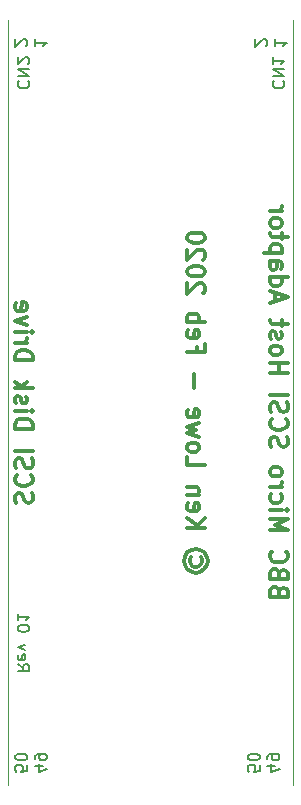
<source format=gbr>
G04 #@! TF.GenerationSoftware,KiCad,Pcbnew,(5.1.5)-3*
G04 #@! TF.CreationDate,2020-03-01T15:46:39+00:00*
G04 #@! TF.ProjectId,SCSIConnector,53435349-436f-46e6-9e65-63746f722e6b,rev?*
G04 #@! TF.SameCoordinates,Original*
G04 #@! TF.FileFunction,Legend,Bot*
G04 #@! TF.FilePolarity,Positive*
%FSLAX46Y46*%
G04 Gerber Fmt 4.6, Leading zero omitted, Abs format (unit mm)*
G04 Created by KiCad (PCBNEW (5.1.5)-3) date 2020-03-01 15:46:39*
%MOMM*%
%LPD*%
G04 APERTURE LIST*
%ADD10C,0.150000*%
%ADD11C,0.300000*%
%ADD12C,0.120000*%
G04 APERTURE END LIST*
D10*
X123372619Y-83113333D02*
X123848809Y-83446666D01*
X123372619Y-83684761D02*
X124372619Y-83684761D01*
X124372619Y-83303809D01*
X124325000Y-83208571D01*
X124277380Y-83160952D01*
X124182142Y-83113333D01*
X124039285Y-83113333D01*
X123944047Y-83160952D01*
X123896428Y-83208571D01*
X123848809Y-83303809D01*
X123848809Y-83684761D01*
X123420238Y-82303809D02*
X123372619Y-82399047D01*
X123372619Y-82589523D01*
X123420238Y-82684761D01*
X123515476Y-82732380D01*
X123896428Y-82732380D01*
X123991666Y-82684761D01*
X124039285Y-82589523D01*
X124039285Y-82399047D01*
X123991666Y-82303809D01*
X123896428Y-82256190D01*
X123801190Y-82256190D01*
X123705952Y-82732380D01*
X124039285Y-81922857D02*
X123372619Y-81684761D01*
X124039285Y-81446666D01*
X124372619Y-80113333D02*
X124372619Y-80018095D01*
X124325000Y-79922857D01*
X124277380Y-79875238D01*
X124182142Y-79827619D01*
X123991666Y-79780000D01*
X123753571Y-79780000D01*
X123563095Y-79827619D01*
X123467857Y-79875238D01*
X123420238Y-79922857D01*
X123372619Y-80018095D01*
X123372619Y-80113333D01*
X123420238Y-80208571D01*
X123467857Y-80256190D01*
X123563095Y-80303809D01*
X123753571Y-80351428D01*
X123991666Y-80351428D01*
X124182142Y-80303809D01*
X124277380Y-80256190D01*
X124325000Y-80208571D01*
X124372619Y-80113333D01*
X123372619Y-78827619D02*
X123372619Y-79399047D01*
X123372619Y-79113333D02*
X124372619Y-79113333D01*
X124229761Y-79208571D01*
X124134523Y-79303809D01*
X124086904Y-79399047D01*
D11*
X138894285Y-74067142D02*
X138965714Y-74210000D01*
X138965714Y-74495714D01*
X138894285Y-74638571D01*
X138751428Y-74781428D01*
X138608571Y-74852857D01*
X138322857Y-74852857D01*
X138180000Y-74781428D01*
X138037142Y-74638571D01*
X137965714Y-74495714D01*
X137965714Y-74210000D01*
X138037142Y-74067142D01*
X139465714Y-74352857D02*
X139394285Y-74710000D01*
X139180000Y-75067142D01*
X138822857Y-75281428D01*
X138465714Y-75352857D01*
X138108571Y-75281428D01*
X137751428Y-75067142D01*
X137537142Y-74710000D01*
X137465714Y-74352857D01*
X137537142Y-73995714D01*
X137751428Y-73638571D01*
X138108571Y-73424285D01*
X138465714Y-73352857D01*
X138822857Y-73424285D01*
X139180000Y-73638571D01*
X139394285Y-73995714D01*
X139465714Y-74352857D01*
X137751428Y-71567142D02*
X139251428Y-71567142D01*
X137751428Y-70710000D02*
X138608571Y-71352857D01*
X139251428Y-70710000D02*
X138394285Y-71567142D01*
X137822857Y-69495714D02*
X137751428Y-69638571D01*
X137751428Y-69924285D01*
X137822857Y-70067142D01*
X137965714Y-70138571D01*
X138537142Y-70138571D01*
X138680000Y-70067142D01*
X138751428Y-69924285D01*
X138751428Y-69638571D01*
X138680000Y-69495714D01*
X138537142Y-69424285D01*
X138394285Y-69424285D01*
X138251428Y-70138571D01*
X138751428Y-68781428D02*
X137751428Y-68781428D01*
X138608571Y-68781428D02*
X138680000Y-68710000D01*
X138751428Y-68567142D01*
X138751428Y-68352857D01*
X138680000Y-68210000D01*
X138537142Y-68138571D01*
X137751428Y-68138571D01*
X137751428Y-65567142D02*
X137751428Y-66281428D01*
X139251428Y-66281428D01*
X137751428Y-64852857D02*
X137822857Y-64995714D01*
X137894285Y-65067142D01*
X138037142Y-65138571D01*
X138465714Y-65138571D01*
X138608571Y-65067142D01*
X138680000Y-64995714D01*
X138751428Y-64852857D01*
X138751428Y-64638571D01*
X138680000Y-64495714D01*
X138608571Y-64424285D01*
X138465714Y-64352857D01*
X138037142Y-64352857D01*
X137894285Y-64424285D01*
X137822857Y-64495714D01*
X137751428Y-64638571D01*
X137751428Y-64852857D01*
X138751428Y-63852857D02*
X137751428Y-63567142D01*
X138465714Y-63281428D01*
X137751428Y-62995714D01*
X138751428Y-62710000D01*
X137822857Y-61567142D02*
X137751428Y-61710000D01*
X137751428Y-61995714D01*
X137822857Y-62138571D01*
X137965714Y-62210000D01*
X138537142Y-62210000D01*
X138680000Y-62138571D01*
X138751428Y-61995714D01*
X138751428Y-61710000D01*
X138680000Y-61567142D01*
X138537142Y-61495714D01*
X138394285Y-61495714D01*
X138251428Y-62210000D01*
X138322857Y-59710000D02*
X138322857Y-58567142D01*
X138537142Y-56210000D02*
X138537142Y-56710000D01*
X137751428Y-56710000D02*
X139251428Y-56710000D01*
X139251428Y-55995714D01*
X137822857Y-54852857D02*
X137751428Y-54995714D01*
X137751428Y-55281428D01*
X137822857Y-55424285D01*
X137965714Y-55495714D01*
X138537142Y-55495714D01*
X138680000Y-55424285D01*
X138751428Y-55281428D01*
X138751428Y-54995714D01*
X138680000Y-54852857D01*
X138537142Y-54781428D01*
X138394285Y-54781428D01*
X138251428Y-55495714D01*
X137751428Y-54138571D02*
X139251428Y-54138571D01*
X138680000Y-54138571D02*
X138751428Y-53995714D01*
X138751428Y-53710000D01*
X138680000Y-53567142D01*
X138608571Y-53495714D01*
X138465714Y-53424285D01*
X138037142Y-53424285D01*
X137894285Y-53495714D01*
X137822857Y-53567142D01*
X137751428Y-53710000D01*
X137751428Y-53995714D01*
X137822857Y-54138571D01*
X139108571Y-51710000D02*
X139180000Y-51638571D01*
X139251428Y-51495714D01*
X139251428Y-51138571D01*
X139180000Y-50995714D01*
X139108571Y-50924285D01*
X138965714Y-50852857D01*
X138822857Y-50852857D01*
X138608571Y-50924285D01*
X137751428Y-51781428D01*
X137751428Y-50852857D01*
X139251428Y-49924285D02*
X139251428Y-49781428D01*
X139180000Y-49638571D01*
X139108571Y-49567142D01*
X138965714Y-49495714D01*
X138680000Y-49424285D01*
X138322857Y-49424285D01*
X138037142Y-49495714D01*
X137894285Y-49567142D01*
X137822857Y-49638571D01*
X137751428Y-49781428D01*
X137751428Y-49924285D01*
X137822857Y-50067142D01*
X137894285Y-50138571D01*
X138037142Y-50210000D01*
X138322857Y-50281428D01*
X138680000Y-50281428D01*
X138965714Y-50210000D01*
X139108571Y-50138571D01*
X139180000Y-50067142D01*
X139251428Y-49924285D01*
X139108571Y-48852857D02*
X139180000Y-48781428D01*
X139251428Y-48638571D01*
X139251428Y-48281428D01*
X139180000Y-48138571D01*
X139108571Y-48067142D01*
X138965714Y-47995714D01*
X138822857Y-47995714D01*
X138608571Y-48067142D01*
X137751428Y-48924285D01*
X137751428Y-47995714D01*
X139251428Y-47067142D02*
X139251428Y-46924285D01*
X139180000Y-46781428D01*
X139108571Y-46710000D01*
X138965714Y-46638571D01*
X138680000Y-46567142D01*
X138322857Y-46567142D01*
X138037142Y-46638571D01*
X137894285Y-46710000D01*
X137822857Y-46781428D01*
X137751428Y-46924285D01*
X137751428Y-47067142D01*
X137822857Y-47210000D01*
X137894285Y-47281428D01*
X138037142Y-47352857D01*
X138322857Y-47424285D01*
X138680000Y-47424285D01*
X138965714Y-47352857D01*
X139108571Y-47281428D01*
X139180000Y-47210000D01*
X139251428Y-47067142D01*
D10*
X145184285Y-91725714D02*
X144517619Y-91725714D01*
X145565238Y-91963809D02*
X144850952Y-92201904D01*
X144850952Y-91582857D01*
X144517619Y-91154285D02*
X144517619Y-90963809D01*
X144565238Y-90868571D01*
X144612857Y-90820952D01*
X144755714Y-90725714D01*
X144946190Y-90678095D01*
X145327142Y-90678095D01*
X145422380Y-90725714D01*
X145470000Y-90773333D01*
X145517619Y-90868571D01*
X145517619Y-91059047D01*
X145470000Y-91154285D01*
X145422380Y-91201904D01*
X145327142Y-91249523D01*
X145089047Y-91249523D01*
X144993809Y-91201904D01*
X144946190Y-91154285D01*
X144898571Y-91059047D01*
X144898571Y-90868571D01*
X144946190Y-90773333D01*
X144993809Y-90725714D01*
X145089047Y-90678095D01*
X143867619Y-91678095D02*
X143867619Y-92154285D01*
X143391428Y-92201904D01*
X143439047Y-92154285D01*
X143486666Y-92059047D01*
X143486666Y-91820952D01*
X143439047Y-91725714D01*
X143391428Y-91678095D01*
X143296190Y-91630476D01*
X143058095Y-91630476D01*
X142962857Y-91678095D01*
X142915238Y-91725714D01*
X142867619Y-91820952D01*
X142867619Y-92059047D01*
X142915238Y-92154285D01*
X142962857Y-92201904D01*
X143867619Y-91011428D02*
X143867619Y-90916190D01*
X143820000Y-90820952D01*
X143772380Y-90773333D01*
X143677142Y-90725714D01*
X143486666Y-90678095D01*
X143248571Y-90678095D01*
X143058095Y-90725714D01*
X142962857Y-90773333D01*
X142915238Y-90820952D01*
X142867619Y-90916190D01*
X142867619Y-91011428D01*
X142915238Y-91106666D01*
X142962857Y-91154285D01*
X143058095Y-91201904D01*
X143248571Y-91249523D01*
X143486666Y-91249523D01*
X143677142Y-91201904D01*
X143772380Y-91154285D01*
X143820000Y-91106666D01*
X143867619Y-91011428D01*
X125499285Y-91725714D02*
X124832619Y-91725714D01*
X125880238Y-91963809D02*
X125165952Y-92201904D01*
X125165952Y-91582857D01*
X124832619Y-91154285D02*
X124832619Y-90963809D01*
X124880238Y-90868571D01*
X124927857Y-90820952D01*
X125070714Y-90725714D01*
X125261190Y-90678095D01*
X125642142Y-90678095D01*
X125737380Y-90725714D01*
X125785000Y-90773333D01*
X125832619Y-90868571D01*
X125832619Y-91059047D01*
X125785000Y-91154285D01*
X125737380Y-91201904D01*
X125642142Y-91249523D01*
X125404047Y-91249523D01*
X125308809Y-91201904D01*
X125261190Y-91154285D01*
X125213571Y-91059047D01*
X125213571Y-90868571D01*
X125261190Y-90773333D01*
X125308809Y-90725714D01*
X125404047Y-90678095D01*
X124182619Y-91678095D02*
X124182619Y-92154285D01*
X123706428Y-92201904D01*
X123754047Y-92154285D01*
X123801666Y-92059047D01*
X123801666Y-91820952D01*
X123754047Y-91725714D01*
X123706428Y-91678095D01*
X123611190Y-91630476D01*
X123373095Y-91630476D01*
X123277857Y-91678095D01*
X123230238Y-91725714D01*
X123182619Y-91820952D01*
X123182619Y-92059047D01*
X123230238Y-92154285D01*
X123277857Y-92201904D01*
X124182619Y-91011428D02*
X124182619Y-90916190D01*
X124135000Y-90820952D01*
X124087380Y-90773333D01*
X123992142Y-90725714D01*
X123801666Y-90678095D01*
X123563571Y-90678095D01*
X123373095Y-90725714D01*
X123277857Y-90773333D01*
X123230238Y-90820952D01*
X123182619Y-90916190D01*
X123182619Y-91011428D01*
X123230238Y-91106666D01*
X123277857Y-91154285D01*
X123373095Y-91201904D01*
X123563571Y-91249523D01*
X123801666Y-91249523D01*
X123992142Y-91201904D01*
X124087380Y-91154285D01*
X124135000Y-91106666D01*
X124182619Y-91011428D01*
X145152619Y-30194285D02*
X145152619Y-30765714D01*
X145152619Y-30480000D02*
X146152619Y-30480000D01*
X146009761Y-30575238D01*
X145914523Y-30670476D01*
X145866904Y-30765714D01*
X144407380Y-30765714D02*
X144455000Y-30718095D01*
X144502619Y-30622857D01*
X144502619Y-30384761D01*
X144455000Y-30289523D01*
X144407380Y-30241904D01*
X144312142Y-30194285D01*
X144216904Y-30194285D01*
X144074047Y-30241904D01*
X143502619Y-30813333D01*
X143502619Y-30194285D01*
X124832619Y-30194285D02*
X124832619Y-30765714D01*
X124832619Y-30480000D02*
X125832619Y-30480000D01*
X125689761Y-30575238D01*
X125594523Y-30670476D01*
X125546904Y-30765714D01*
X124087380Y-30765714D02*
X124135000Y-30718095D01*
X124182619Y-30622857D01*
X124182619Y-30384761D01*
X124135000Y-30289523D01*
X124087380Y-30241904D01*
X123992142Y-30194285D01*
X123896904Y-30194285D01*
X123754047Y-30241904D01*
X123182619Y-30813333D01*
X123182619Y-30194285D01*
D11*
X123217857Y-69460000D02*
X123146428Y-69245714D01*
X123146428Y-68888571D01*
X123217857Y-68745714D01*
X123289285Y-68674285D01*
X123432142Y-68602857D01*
X123575000Y-68602857D01*
X123717857Y-68674285D01*
X123789285Y-68745714D01*
X123860714Y-68888571D01*
X123932142Y-69174285D01*
X124003571Y-69317142D01*
X124075000Y-69388571D01*
X124217857Y-69460000D01*
X124360714Y-69460000D01*
X124503571Y-69388571D01*
X124575000Y-69317142D01*
X124646428Y-69174285D01*
X124646428Y-68817142D01*
X124575000Y-68602857D01*
X123289285Y-67102857D02*
X123217857Y-67174285D01*
X123146428Y-67388571D01*
X123146428Y-67531428D01*
X123217857Y-67745714D01*
X123360714Y-67888571D01*
X123503571Y-67960000D01*
X123789285Y-68031428D01*
X124003571Y-68031428D01*
X124289285Y-67960000D01*
X124432142Y-67888571D01*
X124575000Y-67745714D01*
X124646428Y-67531428D01*
X124646428Y-67388571D01*
X124575000Y-67174285D01*
X124503571Y-67102857D01*
X123217857Y-66531428D02*
X123146428Y-66317142D01*
X123146428Y-65960000D01*
X123217857Y-65817142D01*
X123289285Y-65745714D01*
X123432142Y-65674285D01*
X123575000Y-65674285D01*
X123717857Y-65745714D01*
X123789285Y-65817142D01*
X123860714Y-65960000D01*
X123932142Y-66245714D01*
X124003571Y-66388571D01*
X124075000Y-66460000D01*
X124217857Y-66531428D01*
X124360714Y-66531428D01*
X124503571Y-66460000D01*
X124575000Y-66388571D01*
X124646428Y-66245714D01*
X124646428Y-65888571D01*
X124575000Y-65674285D01*
X123146428Y-65031428D02*
X124646428Y-65031428D01*
X123146428Y-63174285D02*
X124646428Y-63174285D01*
X124646428Y-62817142D01*
X124575000Y-62602857D01*
X124432142Y-62460000D01*
X124289285Y-62388571D01*
X124003571Y-62317142D01*
X123789285Y-62317142D01*
X123503571Y-62388571D01*
X123360714Y-62460000D01*
X123217857Y-62602857D01*
X123146428Y-62817142D01*
X123146428Y-63174285D01*
X123146428Y-61674285D02*
X124146428Y-61674285D01*
X124646428Y-61674285D02*
X124575000Y-61745714D01*
X124503571Y-61674285D01*
X124575000Y-61602857D01*
X124646428Y-61674285D01*
X124503571Y-61674285D01*
X123217857Y-61031428D02*
X123146428Y-60888571D01*
X123146428Y-60602857D01*
X123217857Y-60460000D01*
X123360714Y-60388571D01*
X123432142Y-60388571D01*
X123575000Y-60460000D01*
X123646428Y-60602857D01*
X123646428Y-60817142D01*
X123717857Y-60960000D01*
X123860714Y-61031428D01*
X123932142Y-61031428D01*
X124075000Y-60960000D01*
X124146428Y-60817142D01*
X124146428Y-60602857D01*
X124075000Y-60460000D01*
X123146428Y-59745714D02*
X124646428Y-59745714D01*
X123717857Y-59602857D02*
X123146428Y-59174285D01*
X124146428Y-59174285D02*
X123575000Y-59745714D01*
X123146428Y-57388571D02*
X124646428Y-57388571D01*
X124646428Y-57031428D01*
X124575000Y-56817142D01*
X124432142Y-56674285D01*
X124289285Y-56602857D01*
X124003571Y-56531428D01*
X123789285Y-56531428D01*
X123503571Y-56602857D01*
X123360714Y-56674285D01*
X123217857Y-56817142D01*
X123146428Y-57031428D01*
X123146428Y-57388571D01*
X123146428Y-55888571D02*
X124146428Y-55888571D01*
X123860714Y-55888571D02*
X124003571Y-55817142D01*
X124075000Y-55745714D01*
X124146428Y-55602857D01*
X124146428Y-55460000D01*
X123146428Y-54960000D02*
X124146428Y-54960000D01*
X124646428Y-54960000D02*
X124575000Y-55031428D01*
X124503571Y-54960000D01*
X124575000Y-54888571D01*
X124646428Y-54960000D01*
X124503571Y-54960000D01*
X124146428Y-54388571D02*
X123146428Y-54031428D01*
X124146428Y-53674285D01*
X123217857Y-52531428D02*
X123146428Y-52674285D01*
X123146428Y-52960000D01*
X123217857Y-53102857D01*
X123360714Y-53174285D01*
X123932142Y-53174285D01*
X124075000Y-53102857D01*
X124146428Y-52960000D01*
X124146428Y-52674285D01*
X124075000Y-52531428D01*
X123932142Y-52460000D01*
X123789285Y-52460000D01*
X123646428Y-53174285D01*
X145522142Y-76924285D02*
X145450714Y-76710000D01*
X145379285Y-76638571D01*
X145236428Y-76567142D01*
X145022142Y-76567142D01*
X144879285Y-76638571D01*
X144807857Y-76710000D01*
X144736428Y-76852857D01*
X144736428Y-77424285D01*
X146236428Y-77424285D01*
X146236428Y-76924285D01*
X146165000Y-76781428D01*
X146093571Y-76710000D01*
X145950714Y-76638571D01*
X145807857Y-76638571D01*
X145665000Y-76710000D01*
X145593571Y-76781428D01*
X145522142Y-76924285D01*
X145522142Y-77424285D01*
X145522142Y-75424285D02*
X145450714Y-75210000D01*
X145379285Y-75138571D01*
X145236428Y-75067142D01*
X145022142Y-75067142D01*
X144879285Y-75138571D01*
X144807857Y-75210000D01*
X144736428Y-75352857D01*
X144736428Y-75924285D01*
X146236428Y-75924285D01*
X146236428Y-75424285D01*
X146165000Y-75281428D01*
X146093571Y-75210000D01*
X145950714Y-75138571D01*
X145807857Y-75138571D01*
X145665000Y-75210000D01*
X145593571Y-75281428D01*
X145522142Y-75424285D01*
X145522142Y-75924285D01*
X144879285Y-73567142D02*
X144807857Y-73638571D01*
X144736428Y-73852857D01*
X144736428Y-73995714D01*
X144807857Y-74210000D01*
X144950714Y-74352857D01*
X145093571Y-74424285D01*
X145379285Y-74495714D01*
X145593571Y-74495714D01*
X145879285Y-74424285D01*
X146022142Y-74352857D01*
X146165000Y-74210000D01*
X146236428Y-73995714D01*
X146236428Y-73852857D01*
X146165000Y-73638571D01*
X146093571Y-73567142D01*
X144736428Y-71781428D02*
X146236428Y-71781428D01*
X145165000Y-71281428D01*
X146236428Y-70781428D01*
X144736428Y-70781428D01*
X144736428Y-70067142D02*
X145736428Y-70067142D01*
X146236428Y-70067142D02*
X146165000Y-70138571D01*
X146093571Y-70067142D01*
X146165000Y-69995714D01*
X146236428Y-70067142D01*
X146093571Y-70067142D01*
X144807857Y-68710000D02*
X144736428Y-68852857D01*
X144736428Y-69138571D01*
X144807857Y-69281428D01*
X144879285Y-69352857D01*
X145022142Y-69424285D01*
X145450714Y-69424285D01*
X145593571Y-69352857D01*
X145665000Y-69281428D01*
X145736428Y-69138571D01*
X145736428Y-68852857D01*
X145665000Y-68710000D01*
X144736428Y-68067142D02*
X145736428Y-68067142D01*
X145450714Y-68067142D02*
X145593571Y-67995714D01*
X145665000Y-67924285D01*
X145736428Y-67781428D01*
X145736428Y-67638571D01*
X144736428Y-66924285D02*
X144807857Y-67067142D01*
X144879285Y-67138571D01*
X145022142Y-67210000D01*
X145450714Y-67210000D01*
X145593571Y-67138571D01*
X145665000Y-67067142D01*
X145736428Y-66924285D01*
X145736428Y-66710000D01*
X145665000Y-66567142D01*
X145593571Y-66495714D01*
X145450714Y-66424285D01*
X145022142Y-66424285D01*
X144879285Y-66495714D01*
X144807857Y-66567142D01*
X144736428Y-66710000D01*
X144736428Y-66924285D01*
X144807857Y-64710000D02*
X144736428Y-64495714D01*
X144736428Y-64138571D01*
X144807857Y-63995714D01*
X144879285Y-63924285D01*
X145022142Y-63852857D01*
X145165000Y-63852857D01*
X145307857Y-63924285D01*
X145379285Y-63995714D01*
X145450714Y-64138571D01*
X145522142Y-64424285D01*
X145593571Y-64567142D01*
X145665000Y-64638571D01*
X145807857Y-64710000D01*
X145950714Y-64710000D01*
X146093571Y-64638571D01*
X146165000Y-64567142D01*
X146236428Y-64424285D01*
X146236428Y-64067142D01*
X146165000Y-63852857D01*
X144879285Y-62352857D02*
X144807857Y-62424285D01*
X144736428Y-62638571D01*
X144736428Y-62781428D01*
X144807857Y-62995714D01*
X144950714Y-63138571D01*
X145093571Y-63210000D01*
X145379285Y-63281428D01*
X145593571Y-63281428D01*
X145879285Y-63210000D01*
X146022142Y-63138571D01*
X146165000Y-62995714D01*
X146236428Y-62781428D01*
X146236428Y-62638571D01*
X146165000Y-62424285D01*
X146093571Y-62352857D01*
X144807857Y-61781428D02*
X144736428Y-61567142D01*
X144736428Y-61210000D01*
X144807857Y-61067142D01*
X144879285Y-60995714D01*
X145022142Y-60924285D01*
X145165000Y-60924285D01*
X145307857Y-60995714D01*
X145379285Y-61067142D01*
X145450714Y-61210000D01*
X145522142Y-61495714D01*
X145593571Y-61638571D01*
X145665000Y-61710000D01*
X145807857Y-61781428D01*
X145950714Y-61781428D01*
X146093571Y-61710000D01*
X146165000Y-61638571D01*
X146236428Y-61495714D01*
X146236428Y-61138571D01*
X146165000Y-60924285D01*
X144736428Y-60281428D02*
X146236428Y-60281428D01*
X144736428Y-58424285D02*
X146236428Y-58424285D01*
X145522142Y-58424285D02*
X145522142Y-57567142D01*
X144736428Y-57567142D02*
X146236428Y-57567142D01*
X144736428Y-56638571D02*
X144807857Y-56781428D01*
X144879285Y-56852857D01*
X145022142Y-56924285D01*
X145450714Y-56924285D01*
X145593571Y-56852857D01*
X145665000Y-56781428D01*
X145736428Y-56638571D01*
X145736428Y-56424285D01*
X145665000Y-56281428D01*
X145593571Y-56210000D01*
X145450714Y-56138571D01*
X145022142Y-56138571D01*
X144879285Y-56210000D01*
X144807857Y-56281428D01*
X144736428Y-56424285D01*
X144736428Y-56638571D01*
X144807857Y-55567142D02*
X144736428Y-55424285D01*
X144736428Y-55138571D01*
X144807857Y-54995714D01*
X144950714Y-54924285D01*
X145022142Y-54924285D01*
X145165000Y-54995714D01*
X145236428Y-55138571D01*
X145236428Y-55352857D01*
X145307857Y-55495714D01*
X145450714Y-55567142D01*
X145522142Y-55567142D01*
X145665000Y-55495714D01*
X145736428Y-55352857D01*
X145736428Y-55138571D01*
X145665000Y-54995714D01*
X145736428Y-54495714D02*
X145736428Y-53924285D01*
X146236428Y-54281428D02*
X144950714Y-54281428D01*
X144807857Y-54210000D01*
X144736428Y-54067142D01*
X144736428Y-53924285D01*
X145165000Y-52352857D02*
X145165000Y-51638571D01*
X144736428Y-52495714D02*
X146236428Y-51995714D01*
X144736428Y-51495714D01*
X144736428Y-50352857D02*
X146236428Y-50352857D01*
X144807857Y-50352857D02*
X144736428Y-50495714D01*
X144736428Y-50781428D01*
X144807857Y-50924285D01*
X144879285Y-50995714D01*
X145022142Y-51067142D01*
X145450714Y-51067142D01*
X145593571Y-50995714D01*
X145665000Y-50924285D01*
X145736428Y-50781428D01*
X145736428Y-50495714D01*
X145665000Y-50352857D01*
X144736428Y-48995714D02*
X145522142Y-48995714D01*
X145665000Y-49067142D01*
X145736428Y-49210000D01*
X145736428Y-49495714D01*
X145665000Y-49638571D01*
X144807857Y-48995714D02*
X144736428Y-49138571D01*
X144736428Y-49495714D01*
X144807857Y-49638571D01*
X144950714Y-49710000D01*
X145093571Y-49710000D01*
X145236428Y-49638571D01*
X145307857Y-49495714D01*
X145307857Y-49138571D01*
X145379285Y-48995714D01*
X145736428Y-48281428D02*
X144236428Y-48281428D01*
X145665000Y-48281428D02*
X145736428Y-48138571D01*
X145736428Y-47852857D01*
X145665000Y-47710000D01*
X145593571Y-47638571D01*
X145450714Y-47567142D01*
X145022142Y-47567142D01*
X144879285Y-47638571D01*
X144807857Y-47710000D01*
X144736428Y-47852857D01*
X144736428Y-48138571D01*
X144807857Y-48281428D01*
X145736428Y-47138571D02*
X145736428Y-46567142D01*
X146236428Y-46924285D02*
X144950714Y-46924285D01*
X144807857Y-46852857D01*
X144736428Y-46710000D01*
X144736428Y-46567142D01*
X144736428Y-45852857D02*
X144807857Y-45995714D01*
X144879285Y-46067142D01*
X145022142Y-46138571D01*
X145450714Y-46138571D01*
X145593571Y-46067142D01*
X145665000Y-45995714D01*
X145736428Y-45852857D01*
X145736428Y-45638571D01*
X145665000Y-45495714D01*
X145593571Y-45424285D01*
X145450714Y-45352857D01*
X145022142Y-45352857D01*
X144879285Y-45424285D01*
X144807857Y-45495714D01*
X144736428Y-45638571D01*
X144736428Y-45852857D01*
X144736428Y-44710000D02*
X145736428Y-44710000D01*
X145450714Y-44710000D02*
X145593571Y-44638571D01*
X145665000Y-44567142D01*
X145736428Y-44424285D01*
X145736428Y-44281428D01*
D12*
X122555000Y-93345000D02*
X122555000Y-28575000D01*
X146685000Y-28575000D02*
X146685000Y-93345000D01*
D10*
X145057857Y-33710476D02*
X145010238Y-33758095D01*
X144962619Y-33900952D01*
X144962619Y-33996190D01*
X145010238Y-34139047D01*
X145105476Y-34234285D01*
X145200714Y-34281904D01*
X145391190Y-34329523D01*
X145534047Y-34329523D01*
X145724523Y-34281904D01*
X145819761Y-34234285D01*
X145915000Y-34139047D01*
X145962619Y-33996190D01*
X145962619Y-33900952D01*
X145915000Y-33758095D01*
X145867380Y-33710476D01*
X144962619Y-33281904D02*
X145962619Y-33281904D01*
X144962619Y-32710476D01*
X145962619Y-32710476D01*
X144962619Y-31710476D02*
X144962619Y-32281904D01*
X144962619Y-31996190D02*
X145962619Y-31996190D01*
X145819761Y-32091428D01*
X145724523Y-32186666D01*
X145676904Y-32281904D01*
X123467857Y-33710476D02*
X123420238Y-33758095D01*
X123372619Y-33900952D01*
X123372619Y-33996190D01*
X123420238Y-34139047D01*
X123515476Y-34234285D01*
X123610714Y-34281904D01*
X123801190Y-34329523D01*
X123944047Y-34329523D01*
X124134523Y-34281904D01*
X124229761Y-34234285D01*
X124325000Y-34139047D01*
X124372619Y-33996190D01*
X124372619Y-33900952D01*
X124325000Y-33758095D01*
X124277380Y-33710476D01*
X123372619Y-33281904D02*
X124372619Y-33281904D01*
X123372619Y-32710476D01*
X124372619Y-32710476D01*
X124277380Y-32281904D02*
X124325000Y-32234285D01*
X124372619Y-32139047D01*
X124372619Y-31900952D01*
X124325000Y-31805714D01*
X124277380Y-31758095D01*
X124182142Y-31710476D01*
X124086904Y-31710476D01*
X123944047Y-31758095D01*
X123372619Y-32329523D01*
X123372619Y-31710476D01*
M02*

</source>
